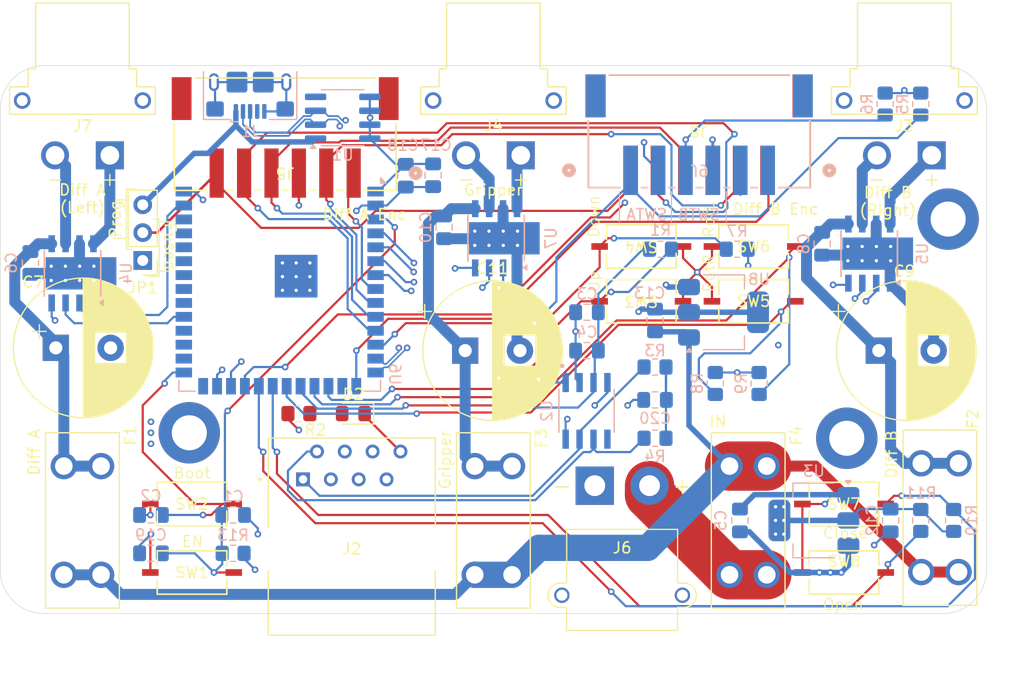
<source format=kicad_pcb>
(kicad_pcb (version 20240108) (generator "pcbnew") (generator_version "8.0")
  (layers (0 "F.Cu" signal) (1 "In1.Cu" signal) (2 "In2.Cu" signal) (31 "B.Cu" signal) (34 "B.Paste" user) (35 "F.Paste" user) (36 "B.SilkS" user "B.Silkscreen") (37 "F.SilkS" user "F.Silkscreen") (38 "B.Mask" user) (39 "F.Mask" user) (44 "Edge.Cuts" user))
  (net 0 "")
  (net 1 "EN_PB")
  (net 2 "GND")
  (net 3 "GPIO_0")
  (net 4 "+5V")
  (net 5 "+24V")
  (net 6 "+3.3V")
  (net 7 "TXC")
  (net 8 "Net-(U4-V_{M})")
  (net 9 "Net-(U5-V_{M})")
  (net 10 "Net-(U7-V_{M})")
  (net 11 "Net-(C20-Pad2)")
  (net 12 "Net-(D2-A)")
  (net 13 "USB_P")
  (net 14 "USB_N")
  (net 16 "CANH")
  (net 19 "CANL")
  (net 22 "Diff_B+")
  (net 23 "Diff_B-")
  (net 24 "Grip+")
  (net 25 "Grip-")
  (net 26 "CS_ENC_DIFF_A")
  (net 27 "SCK")
  (net 28 "MISO")
  (net 29 "MOSI")
  (net 30 "Diff_A-")
  (net 31 "Diff_A+")
  (net 32 "CS_ENC_DIFF_B")
  (net 34 "PB_Diff_Up")
  (net 35 "PB_Diff_Down")
  (net 36 "PB_Diff_Right")
  (net 37 "PB_Diff_Left")
  (net 38 "PB_Grip_FWD")
  (net 39 "PB_Grip_REV")
  (net 42 "RXC")
  (net 43 "Diff_A_IN_2")
  (net 44 "Diff_A_IN_1")
  (net 45 "Diff_B_IN_1")
  (net 46 "Diff_B_IN_2")
  (net 59 "Grip_IN_2")
  (net 60 "Grip_IN_1")
  (net 66 "unconnected-(U6-IO39-Pad32)")
  (net 67 "Net-(J6-+)")
  (net 68 "+5V_USB")
  (net 69 "Net-(JP1-A)")
  (net 70 "unconnected-(J9-Pad5)")
  (net 71 "CS_SWT_B_GRIP")
  (net 72 "CS_SWT_A_GRIP")
  (footprint "TS09_63_25_WT_160_SMT_TR:SW_TS09-63-25_CUD" (layer "F.Cu") (at 115.66 78.52)
    (property "Reference" "SW7")
    (property "Value" "TS09-63-25-WT-160-SMT-TR")
  )
  (footprint "TS09_63_25_WT_160_SMT_TR:SW_TS09-63-25_CUD" (layer "F.Cu") (at 107.41 60.02)
    (property "Reference" "SW5")
    (property "Value" "TS09-63-25-WT-160-SMT-TR")
  )
  (footprint "JST-S6B-HX-SM4:CONN_S6B-XH-SM4-TB_JST" (layer "F.Cu") (at 102.41 44.52 180)
    (property "Reference" "J8")
    (property "Value" "~")
  )
  (footprint "XT30PW-F:AMASS_XT30PW-F" (layer "F.Cu") (at 46.16 41.70075)
    (property "Reference" "J7")
    (property "Value" "XT30PW-F")
  )
  (footprint "Resistor_SMD:R_0805_2012Metric_Pad1.20x1.40mm_HandSolder" (layer "F.Cu") (at 65.91 70.27 180)
    (property "Reference" "R2")
    (property "Value" "1k")
  )
  (footprint "TS09_63_25_WT_160_SMT_TR:SW_TS09-63-25_CUD" (layer "F.Cu") (at 56.16 84.77)
    (property "Reference" "SW1")
    (property "Value" "TS09-63-25-WT-160-SMT-TR")
  )
  (footprint "3568-20:FUSE_3568-20" (layer "F.Cu") (at 106.91 80.02 -90)
    (property "Reference" "F4")
    (property "Value" "9A")
  )
  (footprint "TS09_63_25_WT_160_SMT_TR:SW_TS09-63-25_CUD" (layer "F.Cu") (at 107.41 55.02)
    (property "Reference" "SW6")
    (property "Value" "TS09-63-25-WT-160-SMT-TR")
  )
  (footprint "XT30PW-F:AMASS_XT30PW-F" (layer "F.Cu") (at 121.16 41.70075)
    (property "Reference" "J3")
    (property "Value" "XT30PW-F")
  )
  (footprint "TS09_63_25_WT_160_SMT_TR:SW_TS09-63-25_CUD" (layer "F.Cu") (at 97.16 60.02 180)
    (property "Reference" "SW3")
    (property "Value" "TS09-63-25-WT-160-SMT-TR")
  )
  (footprint "LED_SMD:LED_0805_2012Metric_Pad1.15x1.40mm_HandSolder" (layer "F.Cu") (at 70.885 70.27 180)
    (property "Reference" "D2")
    (property "Value" "G")
  )
  (footprint "3568-20:FUSE_3568-20" (layer "F.Cu") (at 83.66 80.02 -90)
    (property "Reference" "F3")
    (property "Value" "4A")
  )
  (footprint "Capacitor_THT:CP_Radial_D12.5mm_P5.00mm" (layer "F.Cu") (at 43.727841 64.27)
    (property "Reference" "C7")
    (property "Value" "470uF")
  )
  (footprint "Connector_PinHeader_2.54mm:PinHeader_1x03_P2.54mm_Vertical" (layer "F.Cu") (at 51.66 56.295 180)
    (property "Reference" "JP1")
    (property "Value" "Jumper_3_Open")
  )
  (footprint "MountingHole:MountingHole_3.2mm_M3_DIN965_Pad_TopBottom" (layer "F.Cu") (at 115.91 72.52)
    (property "Reference" "H4" (hide yes))
    (property "Value" "MountingHole_Pad")
  )
  (footprint "XT30PW-F:AMASS_XT30PW-F" (layer "F.Cu") (at 83.66 41.70075)
    (property "Reference" "J4")
    (property "Value" "XT30PW-F")
  )
  (footprint "TS09_63_25_WT_160_SMT_TR:SW_TS09-63-25_CUD" (layer "F.Cu") (at 97.16 55.02 180)
    (property "Reference" "SW4")
    (property "Value" "TS09-63-25-WT-160-SMT-TR")
  )
  (footprint "TS09_63_25_WT_160_SMT_TR:SW_TS09-63-25_CUD" (layer "F.Cu") (at 56.16 78.52)
    (property "Reference" "SW2")
    (property "Value" "TS09-63-25-WT-160-SMT-TR")
  )
  (footprint "Connector_AMASS:AMASS_XT30PW-M_1x02_P2.50mm_Horizontal" (layer "F.Cu") (at 92.91 76.845 180)
    (property "Reference" "J6")
    (property "Value" "XT30PW-M")
  )
  (footprint "54601-908WPLF:AMPHENOL_54601-908WPLF" (layer "F.Cu") (at 70.735 82.62)
    (property "Reference" "J2")
    (property "Value" "RJ45")
  )
  (footprint "3568-20:FUSE_3568-20" (layer "F.Cu") (at 124.41 79.77 -90)
    (property "Reference" "F2")
    (property "Value" "4A")
  )
  (footprint "Capacitor_THT:CP_Radial_D12.5mm_P5.00mm" (layer "F.Cu") (at 81.086041 64.52)
    (property "Reference" "C11")
    (property "Value" "470uF")
  )
  (footprint "Capacitor_THT:CP_Radial_D12.5mm_P5.00mm" (layer "F.Cu") (at 118.836041 64.52)
    (property "Reference" "C9")
    (property "Value" "470uF")
  )
  (footprint "MountingHole:MountingHole_3.2mm_M3_DIN965_Pad_TopBottom" (layer "F.Cu") (at 125.16 52.52)
    (property "Reference" "H2" (hide yes))
    (property "Value" "MountingHole_Pad")
  )
  (footprint "MountingHole:MountingHole_3.2mm_M3_DIN965_Pad_TopBottom" (layer "F.Cu") (at 55.91 72.02)
    (property "Reference" "H3" (hide yes))
    (property "Value" "MountingHole_Pad")
  )
  (footprint "TS09_63_25_WT_160_SMT_TR:SW_TS09-63-25_CUD" (layer "F.Cu") (at 115.66 84.77)
    (property "Reference" "SW8")
    (property "Value" "TS09-63-25-WT-160-SMT-TR")
  )
  (footprint "3568-20:FUSE_3568-20" (layer "F.Cu") (at 46.16 80.02 -90)
    (property "Reference" "F1")
    (property "Value" "4A")
  )
  (footprint "JST-S6B-HX-SM4:CONN_S6B-XH-SM4-TB_JST" (layer "F.Cu") (at 64.66 44.77 180)
    (property "Reference" "J5")
    (property "Value" "~")
  )
  (footprint "Resistor_SMD:R_0805_2012Metric_Pad1.20x1.40mm_HandSolder" (layer "B.Cu") (at 122.66 80.02 -90)
    (property "Reference" "R11")
    (property "Value" "3.3k")
  )
  (footprint "Package_TO_SOT_SMD:SOT-223-3_TabPin2" (layer "B.Cu") (at 112.91 80.02 180)
    (property "Reference" "U3")
    (property "Value" "AZ1117CH2-3.3TRG1")
  )
  (footprint "Capacitor_SMD:C_0805_2012Metric_Pad1.18x1.45mm_HandSolder" (layer "B.Cu") (at 113.66 54.77 -90)
    (property "Reference" "C8")
    (property "Value" "100nF")
  )
  (footprint "Capacitor_SMD:C_0805_2012Metric_Pad1.18x1.45mm_HandSolder" (layer "B.Cu") (at 59.91 79.52 180)
    (property "Reference" "C1")
    (property "Value" "100nF")
  )
  (footprint "Capacitor_SMD:C_0805_2012Metric_Pad1.18x1.45mm_HandSolder" (layer "B.Cu") (at 92.2 61.02 180)
    (property "Reference" "C3")
    (property "Value" "10uF")
  )
  (footprint "Resistor_SMD:R_0805_2012Metric_Pad1.20x1.40mm_HandSolder" (layer "B.Cu") (at 105.91 55.27 180)
    (property "Reference" "R7")
    (property "Value" "3.3k")
  )
  (footprint "Capacitor_SMD:C_0805_2012Metric_Pad1.18x1.45mm_HandSolder" (layer "B.Cu") (at 98.41 61.77 90)
    (property "Reference" "C13")
    (property "Value" "220nF")
  )
  (footprint "Package_SO:Texas_HSOP-8-1EP_3.9x4.9mm_P1.27mm_ThermalVias" (layer "B.Cu") (at 83.91 54.27 90)
    (property "Reference" "U7")
    (property "Value" "DRV8251A")
  )
  (footprint "Resistor_SMD:R_0805_2012Metric_Pad1.20x1.40mm_HandSolder" (layer "B.Cu") (at 98.41 72.52)
    (property "Reference" "R4")
    (property "Value" "60")
  )
  (footprint "Capacitor_SMD:C_0805_2012Metric_Pad1.18x1.45mm_HandSolder" (layer "B.Cu") (at 78.16 48.52 90)
    (property "Reference" "C17")
    (property "Value" "22uF")
  )
  (footprint "JST-S6B-HX-SM4:CONN_S6B-XH-SM4-TB_JST" (layer "B.Cu") (at 102.460001 44.516199)
    (property "Reference" "J9")
    (property "Value" "~")
  )
  (footprint "Resistor_SMD:R_0805_2012Metric_Pad1.20x1.40mm_HandSolder" (layer "B.Cu") (at 125.66 80.02 90)
    (property "Reference" "R10")
    (property "Value" "3.3k")
  )
  (footprint "Capacitor_SMD:C_0805_2012Metric_Pad1.18x1.45mm_HandSolder" (layer "B.Cu") (at 92.2 64.52 180)
    (property "Reference" "C4")
    (property "Value" "100nF")
  )
  (footprint "Resistor_SMD:R_0805_2012Metric_Pad1.20x1.40mm_HandSolder" (layer "B.Cu") (at 59.91 83.02 180)
    (property "Reference" "R13")
    (property "Value" "10k")
  )
  (footprint "Capacitor_SMD:C_0805_2012Metric_Pad1.18x1.45mm_HandSolder" (layer "B.Cu") (at 79.16 53.27 -90)
    (property "Reference" "C10")
    (property "Value" "100nF")
  )
  (footprint "Capacitor_SMD:C_0805_2012Metric_Pad1.18x1.45mm_HandSolder" (layer "B.Cu") (at 41.41 56.52 -90)
    (property "Reference" "C6")
    (property "Value" "100nF")
  )
  (footprint "Capacitor_SMD:C_0805_2012Metric_Pad1.18x1.45mm_HandSolder" (layer "B.Cu") (at 52.41 79.52)
    (property "Reference" "C2")
    (property "Value" "100nF")
  )
  (footprint "TJA1050T_CM_118:SOIC127P600X175-8N" (layer "B.Cu") (at 92.16 70.02 -90)
    (property "Reference" "U2")
    (property "Value" "SN65HVD232QDRQ1")
  )
  (footprint "Resistor_SMD:R_0805_2012Metric_Pad1.20x1.40mm_HandSolder" (layer "B.Cu") (at 122.66 42.02 -90)
    (property "Reference" "R5")
    (property "Value" "3.3k")
  )
  (footprint "Package_TO_SOT_SMD:SOT-223-3_TabPin2" (layer "B.Cu") (at 104.66 61.02)
    (property "Reference" "U8")
    (property "Value" "LM7805MPX/NOPB")
  )
  (footprint "Capacitor_SMD:C_0805_2012Metric_Pad1.18x1.45mm_HandSolder" (layer "B.Cu") (at 98.41 69.02)
    (property "Reference" "C20")
    (property "Value" "47nF")
  )
  (footprint "Capacitor_SMD:C_0805_2012Metric_Pad1.18x1.45mm_HandSolder" (layer "B.Cu") (at 106.16 80.02 90)
    (property "Reference" "C5")
    (property "Value" "10uF")
  )
  (footprint "Resistor_SMD:R_0805_2012Metric_Pad1.20x1.40mm_HandSolder" (layer "B.Cu") (at 98.91 55.27)
    (property "Reference" "R1")
    (property "Value" "3.3k")
  )
  (footprint "Resistor_SMD:R_0805_2012Metric_Pad1.20x1.40mm_HandSolder" (layer "B.Cu") (at 103.91 67.52 -90)
    (property "Reference" "R8")
    (property "Value" "3.3k")
  )
  (footprint "Capacitor_SMD:C_0805_2012Metric_Pad1.18x1.45mm_HandSolder" (layer "B.Cu") (at 75.66 48.5575 90)
    (property "Reference" "C18")
    (property "Value" "100nF")
  )
  (footprint "RF_Module:ESP32-S3-WROOM-1" (layer "B.Cu") (at 64.16 55.27 180)
    (property "Reference" "U6")
    (property "Value" "ESP32-S3-WROOM-1")
  )
  (footprint "Resistor_SMD:R_0805_2012Metric_Pad1.20x1.40mm_HandSolder" (layer "B.Cu") (at 107.91 67.52 -90)
    (property "Reference" "R9")
    (property "Value" "3.3k")
  )
  (footprint "Connector_USB:USB_Micro-B_Amphenol_10118193-0001LF_Horizontal" (layer "B.Cu") (at 61.46 40.02)
    (property "Reference" "J1")
    (property "Value" "USB_B_Micro")
  )
  (footprint "Resistor_SMD:R_0805_2012Metric_Pad1.20x1.40mm_HandSolder" (layer "B.Cu") (at 98.41 66.02 180)
    (property "Reference" "R3")
    (property "Value" "60")
  )
  (footprint "Package_SO:SOIC-8-1EP_3.9x4.9mm_P1.27mm_EP2.29x3mm" (layer "B.Cu") (at 69.91 43.27)
    (property "Reference" "U1")
    (property "Value" "~")
  )
  (footprint "Package_SO:Texas_HSOP-8-1EP_3.9x4.9mm_P1.27mm_ThermalVias" (layer "B.Cu") (at 45.255 57.47 90)
    (property "Reference" "U4")
    (property "Value" "DRV8251A")
  )
  (footprint "Resistor_SMD:R_0805_2012Metric_Pad1.20x1.40mm_HandSolder" (layer "B.Cu") (at 119.41 42.02 -90)
    (property "Reference" "R6")
    (property "Value" "3.3k")
  )
  (footprint "Capacitor_SMD:C_0805_2012Metric_Pad1.18x1.45mm_HandSolder" (layer "B.Cu") (at 119.91 80.02 -90)
    (property "Reference" "C12")
    (property "Value" "22uF")
  )
  (footprint "Package_SO:Texas_HSOP-8-1EP_3.9x4.9mm_P1.27mm_ThermalVias" (layer "B.Cu") (at 117.96 55.67 90)
    (property "Reference" "U5")
    (property "Value" "DRV8251A")
  )
  (footprint "Capacitor_SMD:C_0805_2012Metric_Pad1.18x1.45mm_HandSolder" (layer "B.Cu") (at 52.41 83.02 180)
    (property "Reference" "C19")
    (property "Value" "1uF")
  )
  (gr_line (start 99.91 50.02) (end 99.91 52.77) (stroke (width 0.1)) (layer "B.SilkS"))
  (gr_line (start 95.16 50.02) (end 95.16 52.77) (stroke (width 0.1)) (layer "B.SilkS"))
  (gr_line (start 104.91 52.77) (end 104.91 50.02) (stroke (width 0.1)) (layer "B.SilkS"))
  (gr_line (start 53.16 57.27) (end 54.16 57.27) (stroke (width 0.1)) (layer "F.SilkS"))
  (gr_line (start 51.16 49.77) (end 50.16 49.77) (stroke (width 0.1)) (layer "F.SilkS"))
  (gr_line (start 53.16 57.77) (end 53.16 52.52) (stroke (width 0.1)) (layer "F.SilkS"))
  (gr_line (start 50.16 50.77) (end 49.16 50.77) (stroke (width 0.1)) (layer "F.SilkS"))
  (gr_line (start 50.16 49.77) (end 50.16 55.27) (stroke (width 0.1)) (layer "F.SilkS"))
  (gr_line (start 50.16 54.27) (end 48.91 54.27) (stroke (width 0.1)) (layer "F.SilkS"))
  (gr_line (start 50.16 55.27) (end 50.66 55.27) (stroke (width 0.1)) (layer "F.SilkS"))
  (gr_line (start 53.16 52.77) (end 54.41 52.77) (stroke (width 0.1)) (layer "F.SilkS"))
  (gr_line (start 53.16 52.52) (end 52.66 52.52) (stroke (width 0.1)) (layer "F.SilkS"))
  (gr_line (start 52.16 57.77) (end 53.16 57.77) (stroke (width 0.1)) (layer "F.SilkS"))
  (gr_line (start 128.66 42.52) (end 128.66 84.52) (stroke (width 0.05)) (layer "Edge.Cuts"))
  (gr_arc (start 38.66 42.52) (mid 39.831573 39.691573) (end 42.66 38.52) (stroke (width 0.05)) (layer "Edge.Cuts"))
  (gr_line (start 42.66 38.52) (end 124.66 38.52) (stroke (width 0.05)) (layer "Edge.Cuts"))
  (gr_arc (start 42.66 88.52) (mid 39.831573 87.348427) (end 38.66 84.52) (stroke (width 0.05)) (layer "Edge.Cuts"))
  (gr_line (start 124.66 88.52) (end 42.66 88.52) (stroke (width 0.05)) (layer "Edge.Cuts"))
  (gr_line (start 38.66 84.52) (end 38.66 42.52) (stroke (width 0.05)) (layer "Edge.Cuts"))
  (gr_arc (start 124.66 38.52) (mid 127.488427 39.691573) (end 128.66 42.52) (stroke (width 0.05)) (layer "Edge.Cuts"))
  (gr_arc (start 128.66 84.52) (mid 127.488427 87.348427) (end 124.66 88.52) (stroke (width 0.05)) (layer "Edge.Cuts"))
  (gr_text "SWTB" (at 102.41 51.52 0) (layer "B.SilkS") (effects (font (size 1 1)) (justify top mirror)))
  (gr_text "SWTA" (at 97.66 51.52 0) (layer "B.SilkS") (effects (font (size 1 1)) (justify top mirror)))
  (gr_text "Down" (at 93.41 54.27 90) (layer "F.SilkS") (effects (font (size 1 1) (thickness 0.1)) (justify left bottom)))
  (gr_text "Prog" (at 49.16 52.52 90) (layer "F.SilkS") (effects (font (size 1 1))))
  (gr_text "Diff A" (at 41.16 76.02 90) (layer "F.SilkS") (effects (font (size 1 1)) (justify left top)))
  (gr_text "Diff B\n(Right)" (at 119.66 49.52 0) (layer "F.SilkS") (effects (font (size 1 1)) (justify top)))
  (gr_text "Diff B Enc" (at 109.41 51.02 0) (layer "F.SilkS") (effects (font (size 1 1)) (justify top)))
  (gr_text "Diff B" (at 119.41 76.27 90) (layer "F.SilkS") (effects (font (size 1 1)) (justify left top)))
  (gr_text "EN" (at 55.16 82.52 0) (layer "F.SilkS") (effects (font (size 1 1) (thickness 0.1)) (justify left bottom)))
  (gr_text "RotL" (at 103.91 54.27 90) (layer "F.SilkS") (effects (font (size 1 1) (thickness 0.1)) (justify left bottom)))
  (gr_text "Diff A\n(Left)" (at 46.16 49.27 0) (layer "F.SilkS") (effects (font (size 1 1)) (justify top)))
  (gr_text "Open" (at 113.66 88.27 0) (layer "F.SilkS") (effects (font (size 1 1) (thickness 0.1)) (justify left bottom)))
  (gr_text "Up" (at 93.41 59.27 90) (layer "F.SilkS") (effects (font (size 1 1) (thickness 0.1)) (justify left bottom)))
  (gr_text "Diff A Enc" (at 71.91 51.52 0) (layer "F.SilkS") (effects (font (size 1 1)) (justify top)))
  (gr_text "Gripper" (at 83.66 49.27 0) (layer "F.SilkS") (effects (font (size 1 1)) (justify top)))
  (gr_text "Fused" (at 54.16 55.02 270) (layer "F.SilkS") (effects (font (size 1 1))))
  (gr_text "RotR" (at 103.91 59.27 90) (layer "F.SilkS") (effects (font (size 1 1) (thickness 0.1)) (justify left bottom)))
  (gr_text "Close" (at 113.66 81.77 0) (layer "F.SilkS") (effects (font (size 1 1) (thickness 0.1)) (justify left bottom)))
  (gr_text "Boot" (at 54.41 76.27 0) (layer "F.SilkS") (effects (font (size 1 1) (thickness 0.1)) (justify left bottom)))
  (gr_text "IN" (at 104.16 71.02 0) (layer "F.SilkS") (effects (font (size 1 1))))
  (gr_text "Gripper" (at 78.66 77.27 90) (layer "F.SilkS") (effects (font (size 1 1)) (justify left top)))
  (segment (start 74.66 54.77) (end 74.66 53.27) (width 0.2) (layer "F.Cu") (net 1))
  (segment (start 59.41 70.02) (end 74.66 54.77) (width 0.2) (layer "F.Cu") (net 1))
  (segment (start 58.16 84.77) (end 59.96365 84.77) (width 0.2) (layer "F.Cu") (net 1))
  (via (at 59.41 70.02) (size 0.6) (drill 0.3) (layers "F.Cu" "B.Cu") (net 1))
  (via (at 58.16 84.77) (size 0.6) (drill 0.3) (layers "F.Cu" "B.Cu") (net 1))
  (via (at 74.66 53.27) (size 0.6) (drill 0.3) (layers "F.Cu" "B.Cu") (net 1))
  (segment (start 53.4475 83.02) (end 56.41 83.02) (width 0.2) (layer "B.Cu") (net 1))
  (segment (start 58.8725 82.9825) (end 58.91 83.02) (width 0.2) (layer "B.Cu") (net 1))
  (segment (start 58.8725 79.52) (end 58.8725 82.9825) (width 0.2) (layer "B.Cu") (net 1))
  (segment (start 58.91 83.02) (end 58.91 84.02) (width 0.2) (layer "B.Cu") (net 1))
  (segment (start 74.66 53.27) (end 73.94 52.55) (width 0.2) (layer "B.Cu") (net 1))
  (segment (start 58.8725 79.52) (end 59.16 79.2325) (width 0.2) (layer "B.Cu") (net 1))
  (segment (start 58.91 84.02) (end 58.16 84.77) (width 0.2) (layer "B.Cu") (net 1))
  (segment (start 73.94 52.55) (end 72.91 52.55) (width 0.2) (layer "B.Cu") (net 1))
  (segment (start 59.16 70.27) (end 59.41 70.02) (width 0.2) (layer "B.Cu") (net 1))
  (segment (start 59.16 79.2325) (end 59.16 70.27) (width 0.2) (layer "B.Cu") (net 1))
  (segment (start 56.41 83.02) (end 58.16 84.77) (width 0.2) (layer "B.Cu") (net 1))
  (segment (start 100.96365 56.07365) (end 100.96365 55.02) (width 0.2) (layer "F.Cu") (net 2))
  (segment (start 102.26 57.37) (end 100.96365 58.66635) (width 0.2) (layer "F.Cu") (net 2))
  (segment (start 102.26 57.37) (end 103.60635 58.71635) (width 0.2) (layer "F.Cu") (net 2))
  (segment (start 103.66 48.073801) (end 103.66 45.27) (width 0.2) (layer "F.Cu") (net 2))
  (segment (start 111.85635 78.52) (end 113.91 78.52) (width 0.2) (layer "F.Cu") (net 2))
  (segment (start 52.35635 84.77) (end 52.35635 81.32365) (width 0.2) (layer "F.Cu") (net 2))
  (segment (start 71.91 70.27) (end 71.91 70.46) (width 0.2) (layer "F.Cu") (net 2))
  (segment (start 103.60635 56.02365) (end 103.60635 55.02) (width 0.2) (layer "F.Cu") (net 2))
  (segment (start 102.26 57.37) (end 103.60635 56.02365) (width 0.2) (layer "F.Cu") (net 2))
  (segment (start 52.36 78.52365) (end 52.35635 78.52) (width 0.2) (layer "F.Cu") (net 2))
  (segment (start 52.35635 81.32365) (end 52.41 81.27) (width 0.2) (layer "F.Cu") (net 2))
  (segment (start 52.36 79.52) (end 52.36 78.52365) (width 0.2) (layer "F.Cu") (net 2))
  (segment (start 71.91 70.46) (end 75.18 73.73) (width 0.2) (layer "F.Cu") (net 2))
  (segment (start 65.91 48.323801) (end 65.91 51.27) (width 0.2) (layer "F.Cu") (net 2))
  (segment (start 111.85635 84.77) (end 111.85635 78.52) (width 0.2) (layer "F.Cu") (net 2))
  (segment (start 102.26 57.37) (end 100.96365 56.07365) (width 0.2) (layer "F.Cu") (net 2))
  (segment (start 103.60635 58.71635) (end 103.60635 60.02) (width 0.2) (layer "F.Cu") (net 2))
  (segment (start 100.96365 58.66635) (end 100.96365 60.02) (width 0.2) (layer "F.Cu") (net 2))
  (via (at 62.16 81.27) (size 0.6) (drill 0.3) (layers "F.Cu" "B.Cu") (net 2))
  (via (at 65.66 57.77) (size 0.6) (drill 0.3) (layers "F.Cu" "B.Cu") (net 2))
  (via (at 109.66 64.02) (size 0.6) (drill 0.3) (layers "F.Cu" "B.Cu") (net 2))
  (via (at 52.36 79.52) (size 0.6) (drill 0.3) (layers "F.Cu" "B.Cu") (net 2))
  (via (at 118.41 82.27) (size 0.6) (drill 0.3) (layers "F.Cu" "B.Cu") (net 2))
  (via (at 65.91 51.27) (size 0.6) (drill 0.3) (layers "F.Cu" "B.Cu") (net 2))
  (via (at 97.41 45.52) (size 0.6) (drill 0.3) (layers "F.Cu" "B.Cu") (net 2))
  (via (at 65.66 59.02) (size 0.6) (drill 0.3) (layers "F.Cu" "B.Cu") (net 2))
  (via (at 96.91 60.97) (size 0.6) (drill 0.3) (layers "F.Cu" "B.Cu") (net 2))
  (via (at 66.91 59.02) (size 0.6) (drill 0.3) (layers "F.Cu" "B.Cu") (net 2))
  (via (at 52.41 81.27) (size 0.6) (drill 0.3) (layers "F.Cu" "B.Cu") (net 2))
  (via (at 90.41 70.77) (size 0.6) (drill 0.3) (layers "F.Cu" "B.Cu") (net 2))
  (via (at 66.91 56.52) (size 0.6) (drill 0.3) (layers "F.Cu" "B.Cu") (net 2))
  (via (at 64.41 59.02) (size 0.6) (drill 0.3) (layers "F.Cu" "B.Cu") (net 2))
  (via (at 103.66 45.27) (size 0.6) (drill 0.3) (layers "F.Cu" "B.Cu") (net 2))
  (via (at 64.41 57.77) (size 0.6) (drill 0.3) (layers "F.Cu" "B.Cu") (net 2))
  (via (at 65.66 56.52) (size 0.6) (drill 0.3) (layers "F.Cu" "B.Cu") (net 2))
  (via (at 66.91 57.77) (size 0.6) (drill 0.3) (layers "F.Cu" "B.Cu") (net 2))
  (via (at 72.41 43.27) (size 0.6) (drill 0.3) (layers "F.Cu" "B.Cu") (net 2))
  (via (at 113.91 78.52) (size 0.6) (drill 0.3) (layers "F.Cu" "B.Cu") (net 2))
  (via (at 102.26 57.37) (size 0.6) (drill 0.3) (layers "F.Cu" "B.Cu") (net 2))
  (via (at 64.41 56.52) (size 0.6) (drill 0.3) (layers "F.Cu" "B.Cu") (net 2))
  (via (at 57.16 50.77) (size 0.6) (drill 0.3) (layers "F.Cu" "B.Cu") (net 2))
  (via (at 91.16 62.77) (size 0.6) (drill 0.3) (layers "F.Cu" "B.Cu") (net 2))
  (via (at 95.91 69.52) (size 0.6) (drill 0.3) (layers "F.Cu" "B.Cu") (net 2))
  (segment (start 119.865 56.8) (end 119.865 58.37) (width 1) (layer "B.Cu") (net 2))
  (segment (start 98.710001 48.07) (end 97.41 46.769999) (width 0.2) (layer "B.Cu") (net 2))
  (segment (start 46.03 57.47) (end 47.16 58.6) (width 1) (layer "B.Cu") (net 2))
  (segment (start 91.1625 61.02) (end 91.1625 62.7675) (width 0.2) (layer "B.Cu") (net 2))
  (segment (start 45.89 54.77) (end 45.89 57.33) (width 1) (layer "B.Cu") (net 2))
  (segment (start 62.11 40.12) (end 62.21 40.02) (width 0.2) (layer "B.Cu") (net 2))
  (segment (start 73.1325 50.01) (end 75.66 47.4825) (width 0.2) (layer "B.Cu") (net 2))
  (segment (start 62.16 80.7325) (end 62.16 81.27) (width 0.2) (layer "B.Cu") (net 2))
  (segment (start 58.26 42.47) (end 58.26 40.12) (width 0.2) (layer "B.Cu") (net 2))
  (segment (start 107.4725 77.67) (end 116.01 77.67) (width 0.5) (layer "B.Cu") (net 2))
  (segment (start 97.1475 60.7325) (end 96.91 60.97) (width 0.5) (layer "B.Cu") (net 2))
  (segment (start 62.76 42.695) (end 64.435 42.695) (width 0.2) (layer "B.Cu") (net 2))
  (segment (start 103.710001 45.320001) (end 103.66 45.27) (width 0.2) (layer "B.Cu") (net 2))
  (segment (start 60.26 40.02) (end 58.16 40.02) (width 0.2) (layer "B.Cu") (net 2))
  (segment (start 123.836041 62.341041) (end 119.865 58.37) (width 1) (layer "B.Cu") (net 2))
  (segment (start 64.66 42.02) (end 64.76 41.92) (width 0.2) (layer "B.Cu") (net 2))
  (segment (start 91.16 62.77) (end 91.1625 62.7725) (width 0.2) (layer "B.Cu") (net 2))
  (segment (start 106.16 78.9825) (end 107.4725 77.67) (width 0.5) (layer "B.Cu") (net 2))
  (segment (start 58.26 40.12) (end 58.16 40.02) (width 0.2) (layer "B.Cu") (net 2))
  (segment (start 72.91 50.01) (end 73.1325 50.01) (width 0.2) (layer "B.Cu") (net 2))
  (segment (start 118.735 55.67) (end 119.865 56.8) (width 1) (layer "B.Cu") (net 2))
  (segment (start 44.9475 57.5575) (end 45.435 57.07) (width 1) (layer "B.Cu") (net 2))
  (segment (start 91.1625 62.7725) (end 91.1625 64.52) (width 0.2) (layer "B.Cu") (net 2))
  (segment (start 60.9475 79.52) (end 62.16 80.7325) (width 0.2) (layer "B.Cu") (net 2))
  (segment (start 123.836041 64.52) (end 123.836041 62.341041) (width 1) (layer "B.Cu") (net 2))
  (segment (start 98.6975 61.02) (end 98.41 60.7325) (width 0.5) (layer "B.Cu") (net 2))
  (segment (start 60.11 40.02) (end 62.21 40.02) (width 0.2) (layer "B.Cu") (net 2))
  (segment (start 55.41 50.01) (end 56.4 50.01) (width 0.2) (layer "B.Cu") (net 2))
  (segment (start 119.6225 81.0575) (end 118.41 82.27) (width 0.2) (layer "B.Cu") (net 2))
  (segment (start 90.255 72.605) (end 90.255 70.925) (width 0.2) (layer "B.Cu") (net 2))
  (segment (start 56.4 50.01) (end 57.16 50.77) (width 0.2) (layer "B.Cu") (net 2))
  (segment (start 114.71 77.72) (end 116.06 77.72) (width 0.2) (layer "B.Cu") (net 2))
  (segment (start 72.385 43.295) (end 72.385 43.905) (width 0.2) (layer "B.Cu") (net 2))
  (segment (start 84.545 53.605) (end 84.56 53.62) (width 1) (layer "B.Cu") (net 2))
  (segment (start 97.3725 69.02) (end 96.41 69.02) (width 0.2) (layer "B.Cu") (net 2))
  (segment (start 41.4975 57.47) (end 41.41 57.5575) (width 1) (layer "B.Cu") (net 2))
  (segment (start 113.91 78.52) (end 114.71 77.72) (width 0.2) (layer "B.Cu") (net 2))
  (segment (start 72.385 42.635) (end 72.385 43.245) (width 0.2) (layer "B.Cu") (net 2))
  (segment (start 78.16 47.4825) (end 75.6975 47.4825) (width 0.2) (layer "B.Cu") (net 2))
  (segment (start 96.41 69.02) (end 95.91 69.52) (width 0.2) (layer "B.Cu") (net 2))
  (segment (start 119.91 81.0575) (end 119.6225 81.0575) (width 0.2) (layer "B.Cu") (net 2))
  (segment (start 72.41 43.27) (end 72.385 43.295) (width 0.2) (layer "B.Cu") (net 2))
  (segment (start 116.01 77.67) (end 116.06 77.72) (width 0.5) (layer "B.Cu") (net 2))
  (segment (start 79.16 54.3075) (end 84.6475 54.3075) (width 1) (layer "B.Cu") (net 2))
  (segment (start 113.66 55.8075) (end 118.5975 55.8075) (width 1) (layer "B.Cu") (net 2))
  (segment (start 51.3725 82.3075) (end 52.41 81.27) (width 0.2) (layer "B.Cu") (net 2))
  (segment (start 85.815 55.4) (end 84.685 54.27) (width 1) (layer "B.Cu") (net 2))
  (segment (start 51.3725 83.02) (end 51.3725 82.3075) (width 0.2) (layer "B.Cu") (net 2))
  (segment (start 91.1625 62.7675) (end 91.16 62.77) (width 0.2) (layer "B.Cu") (net 2))
  (segment (start 75.6975 47.4825) (end 75.66 47.52) (width 0.2) (layer "B.Cu") (net 2))
  (segment (start 85.815 64.248959) (end 86.086041 64.52) (width 1) (layer "B.Cu") (net 2))
  (segment (start 98.710001 48.07) (end 98.710001 49.0656) (width 0.2) (layer "B.Cu") (net 2))
  (segment (start 62.66 40.02) (end 64.76 40.02) (width 0.2) (layer "B.Cu") (net 2))
  (segment (start 64.76 41.92) (end 64.76 40.02) (width 0.2) (layer "B.Cu") (net 2))
  (segment (start 84.6475 54.3075) (end 84.685 54.27) (width 1) (layer "B.Cu") (net 2))
  (segment (start 118.595 55.53) (end 118.735 55.67) (width 1) (layer "B.Cu") (net 2))
  (segment (start 72.385 43.905) (end 72.385 45.175) (width 0.2) (layer "B.Cu") (net 2))
  (segment (start 85.815 56.97) (end 85.815 64.248959) (width 1) (layer "B.Cu") (net 2))
  (segment (start 45.89 57.33) (end 46.03 57.47) (width 1) (layer "B.Cu") (net 2))
  (segment (start 47.16 58.6) (end 47.16 60.17) (width 1) (layer "B.Cu") (net 2))
  (segment (start 103.710001 48.07) (end 103.710001 45.320001) (width 0.2) (layer "B.Cu") (net 2))
  (segment (start 46.03 57.47) (end 41.4975 57.47) (width 1) (layer "B.Cu") (net 2))
  (segment (start 72.385 41.365) (end 72.385 42.635) (width 0.2) (layer "B.Cu") (net 2))
  (segment (start 91.1625 67.0725) (end 91.525 67.435) (width 0.2) (layer "B.Cu") (net 2))
  (segment (start 90.255 70.925) (end 90.41 70.77) (width 0.2) (layer "B.Cu") (net 2))
  (segment (start 118.595 52.97) (end 118.595 55.53) (width 1) (layer "B.Cu") (net 2))
  (segment (start 84.545 51.57) (end 84.545 53.605) (width 1) (layer "B.Cu") (net 2))
  (segment (start 91.1625 64.52) (end 91.1625 67.0725) (width 0.2) (layer "B.Cu") (net 2))
  (segment (start 64.66 42.47) (end 64.66 42.02) (width 0.2) (layer "B.Cu") (net 2))
  (segment (start 101.51 61.02) (end 107.81 61.02) (width 0.5) (layer "B.Cu") (net 2))
  (segment (start 72.385 43.245) (end 72.41 43.27) (width 0.2) (layer "B.Cu") (net 2))
  (segment (start 101.51 61.02) (end 98.6975 61.02) (width 0.5) (layer "B.Cu") (net 2))
  (segment (start 98.41 60.7325) (end 97.1475 60.7325) (width 0.5) (layer "B.Cu") (net 2))
  (segment (start 64.435 42.695) (end 64.66 42.47) (width 0.2) (layer "B.Cu") (net 2))
  (segment (start 97.41 46.769999) (end 97.41 45.52) (width 0.2) (layer "B.Cu") (net 2))
  (segment (start 85.815 56.97) (end 85.815 55.4) (width 1) (layer "B.Cu") (net 2))
  (segment (start 98.710001 48.07) (end 98.710001 46.4698) (width 0.2) (layer "B.Cu") (net 2))
  (segment (start 74.6925 47.4825) (end 72.385 45.175) (width 0.2) (layer "B.Cu") (net 2))
  (segment (start 52.36 79.52) (end 51.3725 79.52) (width 0.2) (layer "B.Cu") (net 2))
  (segment (start 75.66 47.4825) (end 74.6925 47.4825) (width 0.2) (layer "B.Cu") (net 2))
  (segment (start 51.66 69.52) (end 51.66 73.77) (width 0.2) (layer "F.Cu") (net 3))
  (segment (start 57.91 79.52) (end 58.91 78.52) (width 0.2) (layer "F.Cu") (net 3))
  (segment (start 53.66 67.52) (end 51.66 69.52) (width 0.2) (layer "F.Cu") (net 3))
  (segment (start 58.91 78.52) (end 59.96365 78.52) (width 0.2) (layer "F.Cu") (net 3))
  (segment (start 56.41 78.52) (end 59.96365 78.52) (width 0.2) (layer "F.Cu") (net 3))
  (segment (start 51.66 73.77) (end 56.41 78.52) (width 0.2) (layer "F.Cu") (net 3))
  (segment (start 57.16 79.52) (end 57.91 79.52) (width 0.2) (layer "F.Cu") (net 3))
  (via (at 57.16 79.52) (size 0.6) (drill 0.3) (layers "F.Cu" "B.Cu") (net 3))
  (via (at 53.66 67.52) (size 0.6) (drill 0.3) (layers "F.Cu" "B.Cu") (net 3))
  (segment (start 53.66 67.52) (end 53.66 67.27) (width 0.2) (layer "B.Cu") (net 3))
  (segment (start 53.4475 79.52) (end 57.16 79.52) (width 0.2) (layer "B.Cu") (net 3))
  (segment (start 54.41 66.52) (end 55.41 66.52) (width 0.2) (layer "B.Cu") (net 3))
  (segment (start 53.66 67.27) (end 54.41 66.52) (width 0.2) (layer "B.Cu") (net 3))
  (segment (start 62.460735 53.320735) (end 58.41 49.27) (width 0.2) (layer "F.Cu") (net 4))
  (segment (start 58.41 49.27) (end 58.41 48.323801) (width 0.2) (layer "F.Cu") (net 4))
  (segment (start 72.909999 51.77) (end 71.359264 53.320735) (width 0.2) (layer "F.Cu") (net 4))
  (segment (start 71.359264 53.320735) (end 62.460735 53.320735) (width 0.2) (layer "F.Cu") (net 4))
  (segment (start 96.16 49.674001) (end 94.064001 51.77) (width 0.2) (layer "F.Cu") (net 4))
  (segment (start 94.064001 51.77) (end 72.909999 51.77) (width 0.2) (layer "F.Cu") (net 4))
  (segment (start 52.978801 53.755) (end 58.41 48.323801) (width 0.24) (layer "F.Cu") (net 4))
  (segment (start 52.978801 53.755) (end 51.66 53.755) (width 0.24) (layer "F.Cu") (net 4))
  (segment (start 96.16 48.073801) (end 96.16 49.674001) (width 0.2) (layer "F.Cu") (net 4))
  (via (at 115.41 84.77) (size 0.6) (drill 0.3) (layers "F.Cu" "B.Cu") (net 4))
  (via (at 52.41 73.02) (size 0.6) (drill 0.3) (layers "F.Cu" "B.Cu") (net 4))
  (via (at 113.41 84.77) (size 0.6) (drill 0.3) (layers "F.Cu" "B.Cu") (net 4))
  (via (at 52.41 71.02) (size 0.6) (drill 0.3) (layers "F.Cu" "B.Cu") (net 4))
  (via (at 52.41 72.02) (size 0.6) (drill 0.3) (layers "F.Cu" "B.Cu") (net 4))
  (via (at 114.41 84.77) (size 0.6) (drill 0.3) (layers "F.Cu" "B.Cu") (net 4))
  (segment (start 114.41 84.77) (end 113.41 84.77) (width 0.5) (layer "B.Cu") (net 4))
  (segment (start 115.41 84.77) (end 114.41 84.77) (width 0.5) (layer "B.Cu") (net 4))
  (segment (start 106.16 81.0575) (end 107.020953 81.0575) (width 0.5) (layer "B.Cu") (net 4))
  (segment (start 116.06 82.32) (end 116.06 84.12) (width 0.5) (layer "B.Cu") (net 4))
  (segment (start 110.733453 84.77) (end 113.41 84.77) (width 0.5) (layer "B.Cu") (net 4))
  (segment (start 107.020953 81.0575) (end 110.733453 84.77) (width 0.5) (layer "B.Cu") (net 4))
  (segment (start 116.06 84.12) (end 115.41 84.77) (width 0.5) (layer "B.Cu") (net 4))
  (segment (start 108.61 75.06) (end 113.04 75.06) (width 1) (layer "F.Cu") (net 5))
  (segment (start 113.04 75.06) (end 122.71 84.73) (width 1) (layer "F.Cu") (net 5))
  (segment (start 105.21 75.06) (end 108.61 75.06) (width 4.5) (layer "F.Cu") (net 5))
  (segment (start 122.71 84.73) (end 126.11 84.73) (width 1) (layer "F.Cu") (net 5))
  (segment (start 47.87 84.98) (end 49.66 86.77) (width 1) (layer "B.Cu") (net 5))
  (segment (start 101.51 63.32) (end 101.51 71.36) (width 0.5) (layer "B.Cu") (net 5))
  (segment (start 80.17 86.77) (end 81.96 84.98) (width 1) (layer "B.Cu") (net 5))
  (segment (start 100.9975 62.8075) (end 101.51 63.32) (width 0.5) (layer "B.Cu") (net 5))
  (segment (start 47.86 84.98) (end 47.87 84.98) (width 1) (layer "B.Cu") (net 5))
  (segment (start 98.41 62.8075) (end 100.9975 62.8075) (width 0.5) (layer "B.Cu") (net 5))
  (segment (start 101.51 71.36) (end 105.21 75.06) (width 0.5) (layer "B.Cu") (net 5))
  (segment (start 85.36 84.98) (end 81.96 84.98) (width 2.4) (layer "B.Cu") (net 5))
  (segment (start 49.66 86.77) (end 80.17 86.77) (width 1) (layer "B.Cu") (net 5))
  (segment (start 87.82 82.52) (end 85.36 84.98) (width 2.4) (layer "B.Cu") (net 5))
  (segment (start 44.46 84.98) (end 47.86 84.98) (width 1) (layer "B.Cu") (net 5))
  (segment (start 105.21 75.06) (end 97.75 82.52) (width 2.4) (layer "B.Cu") (net 5))
  (segment (start 97.75 82.52) (end 87.82 82.52) (width 2.4) (layer "B.Cu") (net 5))
  (segment (start 64.91 70.77) (end 65.91 71.77) (width 0.2) (layer "F.Cu") (net 6))
  (segment (start 64.91 70.27) (end 64.91 70.77) (width 0.2) (layer "F.Cu") (net 6))
  (via (at 110.16 78.77) (size 0.6) (drill 0.3) (layers "F.Cu" "B.Cu") (net 6))
  (via (at 71.16 51.77) (size 0.6) (drill 0.3) (layers "F.Cu" "B.Cu") (net 6))
  (via (at 65.91 71.77) (size 0.6) (drill 0.3) (layers "F.Cu" "B.Cu") (net 6))
  (via (at 61.91 84.52) (size 0.6) (drill 0.3) (layers "F.Cu" "B.Cu") (net 6))
  (via (at 84.16 67.02) (size 0.6) (drill 0.3) (layers "F.Cu" "B.Cu") (net 6))
  (via (at 121.16 40.77) (size 0.6) (drill 0.3) (layers "F.Cu" "B.Cu") (net 6))
  (via (at 114.66 58.52) (size 0.6) (drill 0.3) (layers "F.Cu" "B.Cu") (net 6))
  (via (at 109.41 80.02) (size 0.6) (drill 0.3) (layers "F.Cu" "B.Cu") (net 6))
  (via (at 105.91 66.52) (size 0.6) (drill 0.3) (layers "F.Cu" "B.Cu") (net 6))
  (via (at 109.41 78.77) (size 0.6) (drill 0.3) (layers "F.Cu" "B.Cu") (net 6))
  (via (at 110.16 80.02) (size 0.6) (drill 0.3) (layers "F.Cu" "B.Cu") (net 6))
  (via (at 106.91 56.77) (size 0.6) (drill 0.3) (layers "F.Cu" "B.Cu") (net 6))
  (via (at 109.41 81.27) (size 0.6) (drill 0.3) (layers "F.Cu" "B.Cu") (net 6))
  (via (at 43.66 61.77) (size 0.6) (drill 0.3) (layers "F.Cu" "B.Cu") (net 6))
  (via (at 110.16 81.27) (size 0.6) (drill 0.3) (layers "F.Cu" "B.Cu") (net 6))
  (via (at 80.16 57.02) (size 0.6) (drill 0.3) (layers "F.Cu" "B.Cu") (net 6))
  (segment (start 85.91 69.72) (end 91.384999 69.72) (width 0.2) (layer "B.Cu") (net 6))
  (segment (start 124.66 81.02) (end 122.66 79.02) (width 0.2) (layer "B.Cu") (net 6))
  (segment (start 73.9375 51.28) (end 75.66 49.5575) (width 0.2) (layer "B.Cu") (net 6))
  (segment (start 115.905 58.52) (end 116.055 58.37) (width 0.2) (layer "B.Cu") (net 6))
  (segment (start 119.91 78.9825) (end 122.6225 78.9825) (width 0.2) (layer "B.Cu") (net 6))
  (segment (start 120.91 41.02) (end 121.16 40.77) (width 0.2) (layer "B.Cu") (net 6))
  (segment (start 91.384999 69.72) (end 92.795 68.309999) (width 0.2) (layer "B.Cu") (net 6))
  (segment (start 114.66 58.52) (end 115.905 58.52) (width 0.2) (layer "B.Cu") (net 6))
  (segment (start 93.2375 61.02) (end 93.2375 64.52) (width 0.2) (layer "B.Cu") (net 6))
  (segment (start 43.35 61.46) (end 43.66 61.77) (width 0.2) (layer "B.Cu") (net 6))
  (segment (start 119.41 41.02) (end 120.91 41.02) (width 0.2) (layer "B.Cu") (net 6))
  (segment (start 78.1225 49.595) (end 78.16 49.5575) (width 0.2) (layer "B.Cu") (net 6))
  (segment (start 117.0975 78.9825) (end 116.06 80.02) (width 0.2) (layer "B.Cu") (net 6))
  (segment (start 125.66 81.02) (end 124.66 81.02) (width 0.2) (layer "B.Cu") (net 6))
  (segment (start 121.41 41.02) (end 121.16 40.77) (width 0.2) (layer "B.Cu") (net 6))
  (segment (start 106.91 55.27) (end 106.91 56.77) (width 0.2) (layer "B.Cu") (net 6))
  (segment (start 107.91 66.52) (end 105.91 66.52) (width 0.2) (layer "B.Cu") (net 6))
  (segment (start 97.31 55.27) (end 93.2375 59.3425) (width 0.2) (layer "B.Cu") (net 6))
  (segment (start 60.91 83.52) (end 61.91 84.52) (width 0.2) (layer "B.Cu") (net 6))
  (segment (start 119.91 78.9825) (end 117.0975 78.9825) (width 0.2) (layer "B.Cu") (net 6))
  (segment (start 122.6225 78.9825) (end 122.66 79.02) (width 0.2) (layer "B.Cu") (net 6))
  (segment (start 84.16 67.02) (end 84.16 67.97) (width 0.2) (layer "B.Cu") (net 6))
  (segment (start 92.91 67.32) (end 92.795 67.435) (width 0.2) (layer "B.Cu") (net 6))
  (segment (start 75.66 49.595) (end 78.1225 49.595) (width 0.2) (layer "B.Cu") (net 6))
  (segment (start 92.91 64.8475) (end 92.91 67.32) (width 0.2) (layer "B.Cu") (net 6))
  (segment (start 92.795 68.309999) (end 92.795 67.435) (width 0.2) (layer "B.Cu") (net 6))
  (segment (start 82.005 56.97) (end 80.21 56.97) (width 0.2) (layer "B.Cu") (net 6))
  (segment (start 97.91 55.27) (end 97.31 55.27) (width 0.2) (layer "B.Cu") (net 6))
  (segment (start 72.91 51.28) (end 73.9375 51.28) (width 0.2) (layer "B.Cu") (net 6))
  (segment (start 122.66 41.02) (end 121.41 41.02) (width 0.2) (layer "B.Cu") (net 6))
  (segment (start 84.16 67.97) (end 85.91 69.72) (width 0.2) (layer "B.Cu") (net 6))
  (segment (start 72.91 51.28) (end 71.65 51.28) (width 0.2) (layer "B.Cu") (net 6))
  (segment (start 93.2375 64.52) (end 92.91 64.8475) (width 0.2) (layer "B.Cu") (net 6))
  (segment (start 80.21 56.97) (end 80.16 57.02) (width 0.2) (layer "B.Cu") (net 6))
  (segment (start 103.91 66.52) (end 105.91 66.52) (width 0.2) (layer "B.Cu") (net 6))
  (segment (start 93.2375 59.3425) (end 93.2375 61.02) (width 0.2) (layer "B.Cu") (net 6))
  (segment (start 71.65 51.28) (end 71.16 51.77) (width 0.2) (layer "B.Cu") (net 6))
  (segment (start 60.91 83.02) (end 60.91 83.52) (width 0.2) (layer "B.Cu") (net 6))
  (segment (start 43.35 60.17) (end 43.35 61.46) (width 0.2) (layer "B.Cu") (net 6))
  (segment (start 110.16 80.02) (end 116.06 80.02) (width 0.5) (layer "B.Cu") (net 6))
  (via (at 58.91 66.27) (size 0.6) (drill 0.3) (layers "F.Cu" "B.Cu") (net 7))
  (via (at 92.91 69.52) (size 0.6) (drill 0.3) (layers "F.Cu" "B.Cu") (net 7))
  (segment (start 94.065 68.365) (end 92.91 69.52) (width 0.2) (layer "B.Cu") (net 7))
  (segment (start 58.445 66.735) (end 58.445 67.77) (width 0.2) (layer "B.Cu") (net 7))
  (segment (start 58.91 66.27) (end 58.445 66.735) (width 0.2) (layer "B.Cu") (net 7))
  (segment (start 94.065 67.435) (end 94.065 68.365) (width 0.2) (layer "B.Cu") (net 7))
  (segment (start 39.985 56.81957) (end 41.32207 55.4825) (width 1) (layer "B.Cu") (net 8))
  (segment (start 44.46 65.002159) (end 43.727841 64.27) (width 1) (layer "B.Cu") (net 8))
  (segment (start 41.32207 55.4825) (end 41.41 55.4825) (width 1) (layer "B.Cu") (net 8))
  (segment (start 47.86 75.06) (end 44.46 75.06) (width 1) (layer "B.Cu") (net 8))
  (segment (start 44.46 75.06) (end 44.46 65.002159) (width 1) (layer "B.Cu") (net 8))
  (segment (start 43.727841 64.27) (end 43.727841 63.837841) (width 1) (layer "B.Cu") (net 8))
  (segment (start 43.727841 63.837841) (end 39.985 60.095) (width 1) (layer "B.Cu") (net 8))
  (segment (start 42.1225 54.77) (end 43.35 54.77) (width 1) (layer "B.Cu") (net 8))
  (segment (start 39.985 60.095) (end 39.985 56.81957) (width 1) (layer "B.Cu") (net 8))
  (segment (start 41.41 55.4825) (end 42.1225 54.77) (width 1) (layer "B.Cu") (net 8))
  (segment (start 118.836041 64.52) (end 119.91 65.593959) (width 1) (layer "B.Cu") (net 9))
  (segment (start 112.235 57.918959) (end 118.836041 64.52) (width 1) (layer "B.Cu") (net 9))
  (segment (start 119.91 65.593959) (end 119.91 73.52) (width 1) (layer "B.Cu") (net 9))
  (segment (start 126.11 74.81) (end 122.71 74.81) (width 1) (layer "B.Cu") (net 9))
  (segment (start 113.66 53.7325) (end 113.57207 53.7325) (width 1) (layer "B.Cu") (net 9))
  (segment (start 116.055 52.97) (end 114.4225 52.97) (width 1) (layer "B.Cu") (net 9))
  (segment (start 119.91 73.52) (end 121.2 74.81) (width 1) (layer "B.Cu") (net 9))
  (segment (start 114.4225 52.97) (end 113.66 53.7325) (width 1) (layer "B.Cu") (net 9))
  (segment (start 121.2 74.81) (end 122.71 74.81) (width 1) (layer "B.Cu") (net 9))
  (segment (start 112.235 55.06957) (end 112.235 57.918959) (width 1) (layer "B.Cu") (net 9))
  (segment (start 113.57207 53.7325) (end 112.235 55.06957) (width 1) (layer "B.Cu") (net 9))
  (segment (start 81.086041 64.52) (end 81.086041 74.186041) (width 1) (layer "B.Cu") (net 10))
  (segment (start 81.086041 74.186041) (end 81.96 75.06) (width 1) (layer "B.Cu") (net 10))
  (segment (start 77.735 52.9325) (end 77.735 61.168959) (width 1) (layer "B.Cu") (net 10))
  (segment (start 78.435 52.2325) (end 77.735 52.9325) (width 1) (layer "B.Cu") (net 10))
  (segment (start 81.96 75.06) (end 85.36 75.06) (width 1) (layer "B.Cu") (net 10))
  (segment (start 79.8225 51.57) (end 82.005 51.57) (width 1) (layer "B.Cu") (net 10))
  (segment (start 79.16 52.2325) (end 78.435 52.2325) (width 1) (layer "B.Cu") (net 10))
  (segment (start 77.735 61.168959) (end 81.086041 64.52) (width 1) (layer "B.Cu") (net 10))
  (segment (start 79.16 52.2325) (end 79.8225 51.57) (width 1) (layer "B.Cu") (net 10))
  (segment (start 99.41 66.02) (end 99.41 68.9825) (width 0.2) (layer "B.Cu") (net 11))
  (segment (start 99.41 66.02) (end 99.41 72.52) (width 0.2) (layer "B.Cu") (net 11))
  (segment (start 99.41 68.9825) (end 99.4475 69.02) (width 0.2) (layer "B.Cu") (net 11))
  (segment (start 66.91 70.27) (end 69.86 70.27) (width 0.2) (layer "F.Cu") (net 12))
  (via (at 75.7862 64.27) (size 0.6) (drill 0.3) (layers "F.Cu" "B.Cu") (net 13))
  (via (at 70.176014 43.503986) (size 0.6) (drill 0.3) (layers "F.Cu" "B.Cu") (net 13))
  (segment (start 68.11 42.635) (end 68.590893 43.115893) (width 0.155814) (layer "B.Cu") (net 13))
  (segment (start 64.846165 44.615893) (end 61.973835 44.615893) (width 0.155814) (layer "B.Cu") (net 13))
  (segment (start 75.7862 64.27) (end 74.017093 66.039107) (width 0.155814) (layer "B.Cu") (net 13))
  (segment (start 61.66 44.27) (end 61.46 44.07) (width 0.155814) (layer "B.Cu") (net 13))
  (segment (start 68.590893 43.115893) (end 69.473834 43.115893) (width 0.155814) (layer "B.Cu") (net 13))
  (segment (start 74.017093 66.039107) (end 73.690893 66.039107) (width 0.155814) (layer "B.Cu") (net 13))
  (segment (start 69.861927 43.503986) (end 70.176014 43.503986) (width 0.155814) (layer "B.Cu") (net 13))
  (segment (start 73.690893 66.039107) (end 73.21 66.52) (width 0.155814) (layer "B.Cu") (net 13))
  (segment (start 66.346166 43.115892) (end 64.846165 44.615893) (width 0.155814) (layer "B.Cu") (net 13))
  (segment (start 66.954108 43.115892) (end 66.346166 43.115892) (width 0.155814) (layer "B.Cu") (net 13))
  (segment (start 61.973835 44.615893) (end 61.66 44.302058) (width 0.155814) (layer "B.Cu") (net 13))
  (segment (start 67.435 42.635) (end 66.954108 43.115892) (width 0.155814) (layer "B.Cu") (net 13))
  (segment (start 61.46 44.07) (end 61.46 42.695) (width 0.155814) (layer "B.Cu") (net 13))
  (segment (start 67.435 42.635) (end 68.11 42.635) (width 0.155814) (layer "B.Cu") (net 13))
  (segment (start 69.473834 43.115893) (end 69.861927 43.503986) (width 0.155814) (layer "B.Cu") (net 13))
  (segment (start 73.21 66.52) (end 72.91 66.52) (width 0.155814) (layer "B.Cu") (net 13))
  (segment (start 61.66 44.302058) (end 61.66 44.27) (width 0.155814) (layer "B.Cu") (net 13))
  (via (at 69.643986 44.036014) (size 0.6) (drill 0.3) (layers "F.Cu" "B.Cu") (net 14))
  (via (at 75.0338 64.27) (size 0.6) (drill 0.3) (layers "F.Cu" "B.Cu") (net 14))
  (segment (start 73.889426 65.730893) (end 73.690893 65.730893) (width 0.155814) (layer "B.Cu") (net 14))
  (segment (start 67.435 43.905) (end 66.954108 43.424108) (width 0.155814) (layer "B.Cu") (net 14))
  (segment (start 73.690893 65.730893) (end 73.21 65.25) (width 0.155814) (layer "B.Cu") (net 14))
  (segment (start 67.435 43.905) (end 68.11 43.905) (width 0.155814) (layer "B.Cu") (net 14))
  (segment (start 68.11 43.905) (end 68.590893 43.424107) (width 0.155814) (layer "B.Cu") (net 14))
  (segment (start 69.346166 43.424107) (end 69.643986 43.721927) (width 0.155814) (layer "B.Cu") (net 14))
  (segment (start 75.0338 64.27) (end 75.0338 64.586519) (width 0.155814) (layer "B.Cu") (net 14))
  (segment (start 64.973835 44.924107) (end 61.846165 44.924107) (width 0.155814) (layer "B.Cu") (net 14))
  (segment (start 66.473834 43.424108) (end 64.973835 44.924107) (width 0.155814) (layer "B.Cu") (net 14))
  (segment (start 60.81 43.887942) (end 60.81 42.695) (width 0.155814) (layer "B.Cu") (net 14))
  (segment (start 61.846165 44.924107) (end 60.81 43.887942) (width 0.155814) (layer "B.Cu") (net 14))
  (segment (start 66.954108 43.424108) (end 66.473834 43.424108) (width 0.155814) (layer "B.Cu") (net 14))
  (segment (start 69.643986 43.721927) (end 69.643986 44.036014) (width 0.155814) (layer "B.Cu") (net 14))
  (segment (start 73.21 65.25) (end 72.91 65.25) (width 0.155814) (layer "B.Cu") (net 14))
  (segment (start 68.590893 43.424107) (end 69.346166 43.424107) (width 0.155814) (layer "B.Cu") (net 14))
  (segment (start 75.0338 64.586519) (end 73.889426 65.730893) (width 0.155814) (layer "B.Cu") (net 14))
  (segment (start 91.525 71.905) (end 91.525 72.605) (width 0.2) (layer "B.Cu") (net 16))
  (segment (start 87.234999 77.77) (end 67.79 77.77) (width 0.2) (layer "B.Cu") (net 16))
  (segment (start 67.79 77.77) (end 66.29 76.27) (width 0.2) (layer "B.Cu") (net 16))
  (segment (start 97.41 66.02) (end 91.525 71.905) (width 0.2) (layer "B.Cu") (net 16))
  (segment (start 91.525 73.479999) (end 87.234999 77.77) (width 0.2) (layer "B.Cu") (net 16))
  (segment (start 91.525 72.605) (end 91.525 73.479999) (width 0.2) (layer "B.Cu") (net 16))
  (segment (start 93.095001 73.78) (end 96.15 73.78) (width 0.2) (layer "B.Cu") (net 19))
  (segment (start 64.91 77.27) (end 65.81 78.17) (width 0.2) (layer "B.Cu") (net 19))
  (segment (start 92.795 73.479999) (end 93.095001 73.78) (width 0.2) (layer "B.Cu") (net 19))
  (segment (start 64.91 75.483389) (end 64.91 77.27) (width 0.2) (layer "B.Cu") (net 19))
  (segment (start 96.15 73.78) (end 97.41 72.52) (width 0.2) (layer "B.Cu") (net 19))
  (segment (start 67.56 73.73) (end 66.663389 73.73) (width 0.2) (layer "B.Cu") (net 19))
  (segment (start 65.81 78.17) (end 87.485 78.17) (width 0.2) (layer "B.Cu") (net 19))
  (segment (start 91.875 73.78) (end 92.494999 73.78) (width 0.2) (layer "B.Cu") (net 19))
  (segment (start 66.663389 73.73) (end 64.91 75.483389) (width 0.2) (layer "B.Cu") (net 19))
  (segment (start 92.795 73.479999) (end 92.795 72.605) (width 0.2) (layer "B.Cu") (net 19))
  (segment (start 92.494999 73.78) (end 92.795 73.479999) (width 0.2) (layer "B.Cu") (net 19))
  (segment (start 87.485 78.17) (end 91.875 73.78) (width 0.2) (layer "B.Cu") (net 19))
  (segment (start 117.325 48.03575) (end 117.325 52.97) (width 1) (layer "B.Cu") (net 22))
  (segment (start 118.66 46.70075) (end 117.325 48.03575) (width 1) (layer "B.Cu") (net 22))
  (segment (start 119.865 52.97) (end 119.865 50.49575) (width 1) (layer "B.Cu") (net 23))
  (segment (start 119.865 50.49575) (end 123.66 46.70075) (width 1) (layer "B.Cu") (net 23))
  (segment (start 81.16 46.70075) (end 83.275 48.81575) (width 1) (layer "B.Cu") (net 24))
  (segment (start 83.275 48.81575) (end 83.275 51.57) (width 1) (layer "B.Cu") (net 24))
  (segment (start 85.815 47.04575) (end 86.16 46.70075) (width 1) (layer "B.Cu") (net 25))
  (segment (start 85.815 51.57) (end 85.815 47.04575) (width 1) (layer "B.Cu") (net 25))
  (segment (start 70.41 48.823801) (end 70.91 48.323801) (width 0.2) (layer "F.Cu") (net 26))
  (segment (start 71.110735 52.720735) (end 70.41 52.02) (width 0.2) (layer "F.Cu") (net 26))
  (segment (start 70.41 52.02) (end 70.41 48.823801) (width 0.2) (layer "F.Cu") (net 26))
  (via (at 71.110735 52.720735) (size 0.6) (drill 0.3) (layers "F.Cu" "B.Cu") (net 26))
  (segment (start 71.66 53.27) (end 71.66 58.02) (width 0.2) (layer "B.Cu") (net 26))
  (segment (start 71.66 58.02) (end 72.54 58.9) (width 0.2) (layer "B.Cu") (net 26))
  (segment (start 71.110735 52.720735) (end 71.66 53.27) (width 0.2) (layer "B.Cu") (net 26))
  (segment (start 72.54 58.9) (end 72.91 58.9) (width 0.2) (layer "B.Cu") (net 26))
  (segment (start 104.66 43.77) (end 105.66 44.77) (width 0.2) (layer "F.Cu") (net 27))
  (segment (start 62.16 51.52) (end 60.91 50.27) (width 0.2) (layer "F.Cu") (net 27))
  (segment (start 60.91 46.723601) (end 62.997587 44.636014) (width 0.2) (layer "F.Cu") (net 27))
  (segment (start 62.997587 44.636014) (end 78.543986 44.636014) (width 0.2) (layer "F.Cu") (net 27))
  (segment (start 60.91 50.27) (end 60.91 48.323801) (width 0.2) (layer "F.Cu") (net 27))
  (segment (start 60.91 48.323801) (end 60.91 46.723601) (width 0.2) (layer "F.Cu") (net 27))
  (segment (start 98.66 50.27) (end 98.66 48.073801) (width 0.2) (layer "F.Cu") (net 27))
  (segment (start 78.543986 44.636014) (end 79.41 43.77) (width 0.2) (layer "F.Cu") (net 27))
  (segment (start 79.41 43.77) (end 104.66 43.77) (width 0.2) (layer "F.Cu") (net 27))
  (segment (start 99.41 51.02) (end 98.66 50.27) (width 0.2) (layer "F.Cu") (net 27))
  (via (at 105.66 44.77) (size 0.6) (drill 0.3) (layers "F.Cu" "B.Cu") (net 27))
  (via (at 62.16 51.52) (size 0.6) (drill 0.3) (layers "F.Cu" "B.Cu") (net 27))
  (via (at 99.41 51.02) (size 0.6) (drill 0.3) (layers "F.Cu" "B.Cu") (net 27))
  (segment (start 70.36 54.285686) (end 70.36 60.72) (width 0.2) (layer "B.Cu") (net 27))
  (segment (start 70.36 60.72) (end 72.35 62.71) (width 0.2) (layer "B.Cu") (net 27))
  (segment (start 104.91 45.52) (end 105.66 44.77) (width 0.2) (layer "B.Cu") (net 27))
  (segment (start 104.658529 51.87) (end 105.01 51.518529) (width 0.2) (layer "B.Cu") (net 27))
  (segment (start 68.594314 52.52) (end 70.36 54.285686) (width 0.2) (layer "B.Cu") (net 27))
  (segment (start 99.41 51.02) (end 100.26 51.87) (width 0.2) (layer "B.Cu") (net 27))
  (segment (start 62.16 51.52) (end 63.16 52.52) (width 0.2) (layer "B.Cu") (net 27))
  (segment (start 100.26 51.87) (end 104.658529 51.87) (width 0.2) (layer "B.Cu") (net 27))
  (segment (start 72.35 62.71) (end 72.91 62.71) (width 0.2) (layer "B.Cu") (net 27))
  (segment (start 63.16 52.52) (end 68.594314 52.52) (width 0.2) (layer "B.Cu") (net 27))
  (segment (start 105.01 51.518529) (end 105.01 51.021471) (width 0.2) (layer "B.Cu") (net 27))
  (segment (start 104.91 50.921471) (end 104.91 45.52) (width 0.2) (layer "B.Cu") (net 27))
  (segment (start 105.01 51.021471) (end 104.91 50.921471) (width 0.2) (layer "B.Cu") (net 27))
  (segment (start 68.785 51.145) (end 68.41 50.77) (width 0.2) (layer "F.Cu") (net 28))
  (segment (start 68.41 48.323801) (end 68.41 47.27) (width 0.2) (layer "F.Cu") (net 28))
  (segment (start 69.904099 45.775901) (end 78.904099 45.775901) (width 0.2) (layer "F.Cu") (net 28))
  (segment (start 78.904099 45.775901) (end 79.91 44.77) (width 0.2) (layer "F.Cu") (net 28))
  (segment (start 68.41 47.27) (end 69.904099 45.775901) (width 0.2) (layer "F.Cu") (net 28))
  (segment (start 68.41 50.77) (end 68.41 48.323801) (width 0.2) (layer "F.Cu") (net 28))
  (segment (start 104.41 51.27) (end 106.16 49.52) (width 0.2) (layer "F.Cu") (net 28))
  (segment (start 79.91 44.77) (end 94.41 44.77) (width 0.2) (layer "F.Cu") (net 28))
  (segment (start 106.16 49.52) (end 106.16 48.073801) (width 0.2) (layer "F.Cu") (net 28))
  (via (at 94.41 44.77) (size 0.6) (drill 0.3) (layers "F.Cu" "B.Cu") (net 28))
  (via (at 104.41 51.27) (size 0.6) (drill 0.3) (layers "F.Cu" "B.Cu") (net 28))
  (via (at 68.785 51.145) (size 0.6) (drill 0.3) (layers "F.Cu" "B.Cu") (net 28))
  (segment (start 68.785 51.62) (end 68.825686 51.62) (width 0.2) (layer "B.Cu") (net 28))
  (segment (start 99.91 45.774399) (end 99.91 50.265599) (width 0.2) (layer "B.Cu") (net 28))
  (segment (start 94.41 44.77) (end 98.905601 44.77) (width 0.2) (layer "B.Cu") (net 28))
  (segment (start 99.91 50.265599) (end 100.914401 51.27) (width 0.2) (layer "B.Cu") (net 28))
  (segment (start 68.785 51.145) (end 68.785 51.62) (width 0.2) (layer "B.Cu") (net 28))
  (segment (start 98.905601 44.77) (end 99.91 45.774399) (width 0.2) (layer "B.Cu") (net 28))
  (segment (start 68.825686 51.62) (end 71.16 53.954314) (width 0.2) (layer "B.Cu") (net 28))
  (segment (start 71.16 58.95) (end 72.38 60.17) (width 0.2) (layer "B.Cu") (net 28))
  (segment (start 100.914401 51.27) (end 104.41 51.27) (width 0.2) (layer "B.Cu") (net 28))
  (segment (start 72.38 60.17) (end 72.91 60.17) (width 0.2) (layer "B.Cu") (net 28))
  (segment (start 71.16 53.954314) (end 71.16 58.95) (width 0.2) (layer "B.Cu") (net 28))
  (segment (start 65.218201 45.52) (end 69.594314 45.52) (width 0.2) (layer "F.Cu") (net 29))
  (segment (start 79.76 44.17) (end 98.856399 44.17) (width 0.2) (layer "F.Cu") (net 29))
  (segment (start 98.856399 44.17) (end 101.16 46.473601) (width 0.2) (layer "F.Cu") (net 29))
  (segment (start 63.41 48.323801) (end 63.41 51.02) (width 0.2) (layer "F.Cu") (net 29))
  (segment (start 63.41 47.328201) (end 65.218201 45.52) (width 0.2) (layer "F.Cu") (net 29))
  (segment (start 101.16 46.473601) (end 101.16 48.073801) (width 0.2) (layer "F.Cu") (net 29))
  (segment (start 69.594314 45.52) (end 69.738413 45.375901) (width 0.2) (layer "F.Cu") (net 29))
  (segment (start 63.41 48.323801) (end 63.41 47.328201) (width 0.2) (layer "F.Cu") (net 29))
  (segment (start 78.554099 45.375901) (end 79.76 44.17) (width 0.2) (layer "F.Cu") (net 29))
  (segment (start 63.41 51.02) (end 63.91 51.52) (width 0.2) (layer "F.Cu") (net 29))
  (segment (start 69.738413 45.375901) (end 78.554099 45.375901) (width 0.2) (layer "F.Cu") (net 29))
  (via (at 63.91 51.52) (size 0.6) (drill 0.3) (layers "F.Cu" "B.Cu") (net 29))
  (segment (start 70.76 59.87) (end 72.33 61.44) (width 0.2) (layer "B.Cu") (net 29))
  (segment (start 63.91 51.52) (end 64.41 52.02) (width 0.2) (layer "B.Cu") (net 29))
  (segment (start 72.33 61.44) (end 72.91 61.44) (width 0.2) (layer "B.Cu") (net 29))
  (segment (start 70.76 54.12) (end 70.76 59.87) (width 0.2) (layer "B.Cu") (net 29))
  (segment (start 64.41 52.02) (end 68.66 52.02) (width 0.2) (layer "B.Cu") (net 29))
  (segment (start 68.66 52.02) (end 70.76 54.12) (width 0.2) (layer "B.Cu") (net 29))
  (segment (start 48.66 53.27) (end 47.16 54.77) (width 1) (layer "B.Cu") (net 30))
  (segment (start 48.66 46.70075) (end 48.66 53.27) (width 1) (layer "B.Cu") (net 30))
  (segment (start 44.62 47.66075) (end 43.66 46.70075) (width 1) (layer "B.Cu") (net 31))
  (segment (start 44.62 54.77) (end 44.62 47.66075) (width 1) (layer "B.Cu") (net 31))
  (segment (start 84.06 61.62) (end 74.06 61.62) (width 0.2) (layer "F.Cu") (net 32))
  (segment (start 108.76 51.67) (end 107.66 52.77) (width 0.2) (layer "F.Cu") (net 32))
  (segment (start 92.91 52.77) (end 84.06 61.62) (width 0.2) (layer "F.Cu") (net 32))
  (segment (start 108.76 48.173801) (end 108.76 51.67) (width 0.2) (layer "F.Cu") (net 32))
  (segment (start 74.06 61.62) (end 71.16 64.52) (width 0.2) (layer "F.Cu") (net 32))
  (segment (start 108.66 48.073801) (end 108.76 48.173801) (width 0.2) (layer "F.Cu") (net 32))
  (segment (start 107.66 52.77) (end 92.91 52.77) (width 0.2) (layer "F.Cu") (net 32))
  (via (at 71.16 64.52) (size 0.6) (drill 0.3) (layers "F.Cu" "B.Cu") (net 32))
  (segment (start 71.145 65.035) (end 71.145 67.77) (width 0.2) (layer "B.Cu") (net 32))
  (segment (start 71.16 65.02) (end 71.145 65.035) (width 0.2) (layer "B.Cu") (net 32))
  (segment (start 71.16 64.52) (end 71.16 65.02) (width 0.2) (layer "B.Cu") (net 32))
  (segment (start 85.16 68.77) (end 88.66 65.27) (width 0.2) (layer "F.Cu") (net 34))
  (segment (start 74.91 68.77) (end 85.16 68.77) (width 0.2) (layer "F.Cu") (net 34))
  (segment (start 88.66 65.27) (end 88.66 63.02) (width 0.2) (layer "F.Cu") (net 34))
  (segment (start 94.41 59.17) (end 94.20635 59.17) (width 0.2) (layer "F.Cu") (net 34))
  (segment (start 91.66 60.02) (end 93.35635 60.02) (width 0.2) (layer "F.Cu") (net 34))
  (segment (start 88.66 63.02) (end 91.66 60.02) (width 0.2) (layer "F.Cu") (net 34))
  (segment (start 94.20635 59.17) (end 93.35635 60.02) (width 0.2) (layer "F.Cu") (net 34))
  (via (at 94.41 59.17) (size 0.6) (drill 0.3) (layers "F.Cu" "B.Cu") (net 34))
  (via (at 74.91 68.77) (size 0.6) (drill 0.3) (layers "F.Cu" "B.Cu") (net 34))
  (segment (start 67.335 68.72) (end 68.035 69.42) (width 0.2) (layer "B.Cu") (net 34))
  (segment (start 74.26 69.42) (end 74.91 68.77) (width 0.2) (layer "B.Cu") (net 34))
  (segment (start 67.335 67.77) (end 67.335 68.72) (width 0.2) (layer "B.Cu") (net 34))
  (segment (start 99.91 55.27) (end 96.01 59.17) (width 0.2) (layer "B.Cu") (net 34))
  (segment (start 68.035 69.42) (end 74.26 69.42) (width 0.2) (layer "B.Cu") (net 34))
  (segment (start 96.01 59.17) (end 94.41 59.17) (width 0.2) (layer "B.Cu") (net 34))
  (segment (start 94.10635 54.27) (end 93.35635 55.02) (width 0.2) (layer "F.Cu") (net 35))
  (segment (start 93.35635 56.922179) (end 87.91 62.368529) (width 0.2) (layer "F.Cu") (net 35))
  (segment (start 85.16 68.02) (end 74.41 68.02) (width 0.2) (layer "F.Cu") (net 35))
  (segment (start 93.35635 55.02) (end 93.35635 56.922179) (width 0.2) (layer "F.Cu") (net 35))
  (segment (start 94.66 54.27) (end 94.10635 54.27) (width 0.2) (layer "F.Cu") (net 35))
  (segment (start 87.91 65.27) (end 85.16 68.02) (width 0.2) (layer "F.Cu") (net 35))
  (segment (start 87.91 62.368529) (end 87.91 65.27) (width 0.2) (layer "F.Cu") (net 35))
  (via (at 74.41 68.02) (size 0.6) (drill 0.3) (layers "F.Cu" "B.Cu") (net 35))
  (via (at 94.66 54.27) (size 0.6) (drill 0.3) (layers "F.Cu" "B.Cu") (net 35))
  (segment (start 74.41 68.02) (end 73.41 69.02) (width 0.2) (layer "B.Cu") (net 35))
  (segment (start 68.905 69.02) (end 68.605 68.72) (width 0.2) (layer "B.Cu") (net 35))
  (segment (start 73.41 69.02) (end 68.905 69.02) (width 0.2) (layer "B.Cu") (net 35))
  (segment (start 103.91 54.27) (end 94.66 54.27) (width 0.2) (layer "B.Cu") (net 35))
  (segment (start 68.605 68.72) (end 68.605 67.77) (width 0.2) (layer "B.Cu") (net 35))
  (segment (start 104.91 55.27) (end 103.91 54.27) (width 0.2) (layer "B.Cu") (net 35))
  (segment (start 95.075686 62.17) (end 108.71 62.17) (width 0.2) (layer "F.Cu") (net 36))
  (segment (start 87.075686 70.17) (end 95.075686 62.17) (width 0.2) (layer "F.Cu") (net 36))
  (segment (start 108.71 62.17) (end 109.91 60.97) (width 0.2) (layer "F.Cu") (net 36))
  (segment (start 76.76 70.17) (end 87.075686 70.17) (width 0.2) (layer "F.Cu") (net 36))
  (segment (start 110.86 60.02) (end 109.91 60.97) (width 0.2) (layer "F.Cu") (net 36))
  (segment (start 111.21365 60.02) (end 110.86 60.02) (width 0.2) (layer "F.Cu") (net 36))
  (segment (start 76.66 70.27) (end 76.76 70.17) (width 0.2) (layer "F.Cu") (net 36))
  (via (at 109.91 60.97) (size 0.6) (drill 0.3) (layers "F.Cu" "B.Cu") (net 36))
  (via (at 76.66 70.27) (size 0.6) (drill 0.3) (layers "F.Cu" "B.Cu") (net 36))
  (segment (start 109.91 60.97) (end 109.91 61.958642) (width 0.2) (layer "B.Cu") (net 36))
  (segment (start 102.91 64.77) (end 102.41 65.27) (width 0.2) (layer "B.Cu") (net 36))
  (segment (start 107.098642 64.77) (end 102.91 64.77) (width 0.2) (layer "B.Cu") (net 36))
  (segment (start 102.41 65.27) (end 102.41 67.02) (width 0.2) (layer "B.Cu") (net 36))
  (segment (start 66.345 70.27) (end 76.66 70.27) (width 0.2) (layer "B.Cu") (net 36))
  (segment (start 102.41 67.02) (end 103.91 68.52) (width 0.2) (layer "B.Cu") (net 36))
  (segment (start 109.91 61.958642) (end 107.098642 64.77) (width 0.2) (layer "B.Cu") (net 36))
  (segment (start 64.795 67.77) (end 64.795 68.72) (width 0.2) (layer "B.Cu") (net 36))
  (segment (start 64.795 68.72) (end 66.345 70.27) (width 0.2) (layer "B.Cu") (net 36))
  (segment (start 110.66 55.57365) (end 111.21365 55.02) (width 0.2) (layer "F.Cu") (net 37))
  (segment (start 87.16 69.52) (end 75.66 69.52) (width 0.2) (layer "F.Cu") (net 37))
  (segment (start 94.91 61.77) (end 87.16 69.52) (width 0.2) (layer "F.Cu") (net 37))
  (segment (start 110.66 56.02) (end 104.91 61.77) (width 0.2) (layer "F.Cu") (net 37))
  (segment (start 104.91 61.77) (end 94.91 61.77) (width 0.2) (layer "F.Cu") (net 37))
  (segment (start 110.66 56.02) (end 110.66 55.57365) (width 0.2) (layer "F.Cu") (net 37))
  (via (at 75.66 69.52) (size 0.6) (drill 0.3) (layers "F.Cu" "B.Cu") (net 37))
  (via (at 110.66 56.02) (size 0.6) (drill 0.3) (layers "F.Cu" "B.Cu") (net 37))
  (segment (start 107.91 68.52) (end 110.66 65.77) (width 0.2) (layer "B.Cu") (net 37))
  (segment (start 67.585 69.82) (end 66.065 68.3) (width 0.2) (layer "B.Cu") (net 37))
  (segment (start 110.66 65.77) (end 110.66 56.02) (width 0.2) (layer "B.Cu") (net 37))
  (segment (start 66.065 68.3) (end 66.065 67.77) (width 0.2) (layer "B.Cu") (net 37))
  (segment (start 75.36 69.82) (end 67.585 69.82) (width 0.2) (layer "B.Cu") (net 37))
  (segment (start 75.66 69.52) (end 75.36 69.82) (width 0.2) (layer "B.Cu") (net 37))
  (segment (start 120.91 77.77) (end 120.21365 77.77) (width 0.2) (layer "F.Cu") (net 38))
  (segment (start 62.66 75.52) (end 67.41 80.27) (width 0.2) (layer "F.Cu") (net 38))
  (segment (start 62.66 73.77) (end 62.66 75.52) (width 0.2) (layer "F.Cu") (net 38))
  (segment (start 120.21365 77.77) (end 119.46365 78.52) (width 0.2) (layer "F.Cu") (net 38))
  (segment (start 67.41 80.27) (end 88.16 80.27) (width 0.2) (layer "F.Cu") (net 38))
  (segment (start 88.16 80.27) (end 94.41 86.52) (width 0.2) (layer "F.Cu") (net 38))
  (via (at 62.66 73.77) (size 0.6) (drill 0.3) (layers "F.Cu" "B.Cu") (net 38))
  (via (at 120.91 77.77) (size 0.6) (drill 0.3) (layers "F.Cu" "B.Cu") (net 38))
  (via (at 94.41 86.52) (size 0.6) (drill 0.3) (layers "F.Cu" "B.Cu") (net 38))
  (segment (start 95.735 87.845) (end 94.41 86.52) (width 0.2) (layer "B.Cu") (net 38))
  (segment (start 125.116321 87.845) (end 95.735 87.845) (width 0.2) (layer "B.Cu") (net 38))
  (segment (start 125.66 79.02) (end 124.41 77.77) (width 0.2) (layer "B.Cu") (net 38))
  (segment (start 127.61 85.351321) (end 125.116321 87.845) (width 0.2) (layer "B.Cu") (net 38))
  (segment (start 62.255 73.365) (end 62.66 73.77) (width 0.2) (layer "B.Cu") (net 38))
  (segment (start 124.41 77.77) (end 120.91 77.77) (width 0.2) (layer "B.Cu") (net 38))
  (segment (start 62.255 67.77) (end 62.255 73.365) (width 0.2) (layer "B.Cu") (net 38))
  (segment (start 127.61 80.97) (end 127.61 85.351321) (width 0.2) (layer "B.Cu") (net 38))
  (segment (start 125.66 79.02) (end 127.61 80.97) (width 0.2) (layer "B.Cu") (net 38))
  (segment (start 88.66 79.52) (end 96.985 87.845) (width 0.2) (layer "F.Cu") (net 39))
  (segment (start 119.66 84.02) (end 119.66 84.57365) (width 0.2) (layer "F.Cu") (net 39))
  (segment (start 63.91 75.758) (end 67.672 79.52) (width 0.2) (layer "F.Cu") (net 39))
  (segment (start 116.38865 87.845) (end 119.46365 84.77) (width 0.2) (layer "F.Cu") (net 39))
  (segment (start 119.66 84.57365) (end 119.46365 84.77) (width 0.2) (layer "F.Cu") (net 39))
  (segment (start 96.985 87.845) (end 116.38865 87.845) (width 0.2) (layer "F.Cu") (net 39))
  (segment (start 67.672 79.52) (end 88.66 79.52) (width 0.2) (layer "F.Cu") (net 39))
  (segment (start 63.91 73.77) (end 63.91 75.758) (width 0.2) (layer "F.Cu") (net 39))
  (via (at 119.66 84.02) (size 0.6) (drill 0.3) (layers "F.Cu" "B.Cu") (net 39))
  (via (at 63.91 73.77) (size 0.6) (drill 0.3) (layers "F.Cu" "B.Cu") (net 39))
  (segment (start 122.66 81.02) (end 119.66 84.02) (width 0.2) (layer "B.Cu") (net 39))
  (segment (start 63.525 73.385) (end 63.91 73.77) (width 0.2) (layer "B.Cu") (net 39))
  (segment (start 63.525 67.77) (end 63.525 73.385) (width 0.2) (layer "B.Cu") (net 39))
  (via (at 87.785 67.145) (size 0.6) (drill 0.3) (layers "F.Cu" "B.Cu") (net 42))
  (via (at 60.66 65.52) (size 0.6) (drill 0.3) (layers "F.Cu" "B.Cu") (net 42))
  (segment (start 60.66 65.52) (end 59.715 66.465) (width 0.2) (layer "B.Cu") (net 42))
  (segment (start 87.785 67.145) (end 88.075 67.435) (width 0.2) (layer "B.Cu") (net 42))
  (segment (start 88.075 67.435) (end 90.255 67.435) (width 0.2) (layer "B.Cu") (net 42))
  (segment (start 59.715 66.465) (end 59.715 67.77) (width 0.2) (layer "B.Cu") (net 42))
  (segment (start 53.91 52.26) (end 54.89 51.28) (width 0.2) (layer "B.Cu") (net 43))
  (segment (start 54.89 51.28) (end 55.41 51.28) (width 0.2) (layer "B.Cu") (net 43))
  (segment (start 45.89 60.645) (end 46.515 61.27) (width 0.2) (layer "B.Cu") (net 43))
  (segment (start 45.89 60.17) (end 45.89 60.645) (width 0.2) (layer "B.Cu") (net 43))
  (segment (start 53.16 61.27) (end 53.91 60.52) (width 0.2) (layer "B.Cu") (net 43))
  (segment (start 46.515 61.27) (end 53.16 61.27) (width 0.2) (layer "B.Cu") (net 43))
  (segment (start 53.91 60.52) (end 53.91 52.26) (width 0.2) (layer "B.Cu") (net 43))
  (segment (start 55.41 61.44) (end 54.49 61.44) (width 0.2) (layer "B.Cu") (net 44))
  (segment (start 53.91 62.02) (end 45.41 62.02) (width 0.2) (layer "B.Cu") (net 44))
  (segment (start 54.49 61.44) (end 53.91 62.02) (width 0.2) (layer "B.Cu") (net 44))
  (segment (start 45.41 62.02) (end 44.62 61.23) (width 0.2) (layer "B.Cu") (net 44))
  (segment (start 44.62 61.23) (end 44.62 60.17) (width 0.2) (layer "B.Cu") (net 44))
  (via (at 116.66 59.77) (size 0.6) (drill 0.3) (layers "F.Cu" "B.Cu") (net 45))
  (via (at 76.41 58.27) (size 0.6) (drill 0.3) (layers "F.Cu" "B.Cu") (net 45))
  (segment (start 117.325 59.105) (end 116.66 59.77) (width 0.2) (layer "B.Cu") (net 45))
  (segment (start 73.75 56.36) (end 75.66 58.27) (width 0.2) (layer "B.Cu") (net 45))
  (segment (start 117.325 58.37) (end 117.325 59.105) (width 0.2) (layer "B.Cu") (net 45))
  (segment (start 75.66 58.27) (end 76.41 58.27) (width 0.2) (layer "B.Cu") (net 45))
  (segment (start 72.91 56.36) (end 73.75 56.36) (width 0.2) (layer "B.Cu") (net 45))
  (via (at 76.16 59.070003) (size 0.6) (drill 0.3) (layers "F.Cu" "B.Cu") (net 46))
  (via (at 117.66 60.02) (size 0.6) (drill 0.3) (layers "F.Cu" "B.Cu") (net 46))
  (segment (start 75.534317 59.070003) (end 74.094314 57.63) (width 0.2) (layer "B.Cu") (net 46))
  (segment (start 76.16 59.070003) (end 75.534317 59.070003) (width 0.2) (layer "B.Cu") (net 46))
  (segment (start 118.595 58.37) (end 118.595 59.085) (width 0.2) (layer "B.Cu") (net 46))
  (segment (start 74.094314 57.63) (end 72.91 57.63) (width 0.2) (layer "B.Cu") (net 46))
  (segment (start 118.595 59.085) (end 117.66 60.02) (width 0.2) (layer "B.Cu") (net 46))
  (via (at 76.385737 57.344266) (size 0.6) (drill 0.3) (layers "F.Cu" "B.Cu") (net 59))
  (via (at 84.16 58.77) (size 0.6) (drill 0.3) (layers "F.Cu" "B.Cu") (net 59))
  (segment (start 74.131471 55.09) (end 76.385737 57.344266) (width 0.2) (layer "B.Cu") (net 59))
  (segment (start 84.545 56.97) (end 84.545 58.385) (width 0.2) (layer "B.Cu") (net 59))
  (segment (start 72.91 55.09) (end 74.131471 55.09) (width 0.2) (layer "B.Cu") (net 59))
  (segment (start 84.545 58.385) (end 84.16 58.77) (width 0.2) (layer "B.Cu") (net 59))
  (via (at 82.66 58.77) (size 0.6) (drill 0.3) (layers "F.Cu" "B.Cu") (net 60))
  (via (at 76.41 56.52) (size 0.6) (drill 0.3) (layers "F.Cu" "B.Cu") (net 60))
  (segment (start 83.275 56.97) (end 83.275 58.155) (width 0.2) (layer "B.Cu") (net 60))
  (segment (start 83.275 58.155) (end 82.66 58.77) (width 0.2) (layer "B.Cu") (net 60))
  (segment (start 72.91 53.82) (end 73.71 53.82) (width 0.2) (layer "B.Cu") (net 60))
  (segment (start 73.71 53.82) (end 76.41 56.52) (width 0.2) (layer "B.Cu") (net 60))
  (segment (start 54.88 60.17) (end 55.41 60.17) (width 0.2) (layer "B.Cu") (net 66))
  (segment (start 105.21 84.98) (end 97.91 77.68) (width 4.5) (layer "F.Cu") (net 67))
  (segment (start 105.21 84.98) (end 108.61 84.98) (width 4.5) (layer "F.Cu") (net 67))
  (segment (start 97.91 77.68) (end 97.91 76.845) (width 4.5) (layer "F.Cu") (net 67))
  (segment (start 56.355 46.52) (end 51.66 51.215) (width 0.5) (layer "B.Cu") (net 68))
  (segment (start 60.16 43.984516) (end 61.650484 45.475) (width 0.5) (layer "B.Cu") (net 68))
  (segment (start 61.650484 45.475) (end 67.135 45.475) (width 0.5) (layer "B.Cu") (net 68))
  (segment (start 57.624516 46.52) (end 56.355 46.52) (width 0.5) (layer "B.Cu") (net 68))
  (segment (start 60.16 43.984516) (end 57.624516 46.52) (width 0.5) (layer "B.Cu") (net 68))
  (segment (start 67.135 45.475) (end 67.435 45.175) (width 0.5) (layer "B.Cu") (net 68))
  (segment (start 60.16 42.695) (end 60.16 43.984516) (width 0.5) (layer "B.Cu") (net 68))
  (via (at 99.41 58.52) (size 0.6) (drill 0.3) (layers "F.Cu" "B.Cu") (net 69))
  (segment (start 101.51 58.72) (end 99.61 58.72) (width 0.5) (layer "B.Cu") (net 69))
  (segment (start 99.61 58.72) (end 99.41 58.52) (width 0.5) (layer "B.Cu") (net 69))
  (segment (start 106.210001 48.07) (end 106.210001 50.318528) (width 0.2) (layer "B.Cu") (net 70))
  (segment (start 75.66 62.02) (end 74.66 63.02) (width 0.2) (layer "F.Cu") (net 71))
  (segment (start 87.41 62.02) (end 75.66 62.02) (width 0.2) (layer "F.Cu") (net 71))
  (via (at 74.66 63.02) (size 0.6) (drill 0.3) (layers "F.Cu" "B.Cu") (net 71))
  (via (at 87.41 62.02) (size 0.6) (drill 0.3) (layers "F.Cu" "B.Cu") (net 71))
  (segment (start 96.210001 49.6702) (end 96.210001 48.07) (width 0.2) (layer "B.Cu") (net 71))
  (segment (start 74.66 63.02) (end 73.7 63.98) (width 0.2) (layer "B.Cu") (net 71))
  (segment (start 108.008529 52.27) (end 98.809801 52.27) (width 0.2) (layer "B.Cu") (net 71))
  (segment (start 98.809801 52.27) (end 96.210001 49.6702) (width 0.2) (layer "B.Cu") (net 71))
  (segment (start 122.66 43.02) (end 120.55425 45.12575) (width 0.2) (layer "B.Cu") (net 71))
  (segment (start 73.7 63.98) (end 72.91 63.98) (width 0.2) (layer "B.Cu") (net 71))
  (segment (start 115.152779 45.12575) (end 108.008529 52.27) (width 0.2) (layer "B.Cu") (net 71))
  (segment (start 96.210001 49.219999) (end 89.41 56.02) (width 0.2) (layer "B.Cu") (net 71))
  (segment (start 120.55425 45.12575) (end 115.152779 45.12575) (width 0.2) (layer "B.Cu") (net 71))
  (segment (start 89.41 56.02) (end 89.41 60.02) (width 0.2) (layer "B.Cu") (net 71))
  (segment (start 89.41 60.02) (end 87.41 62.02) (width 0.2) (layer "B.Cu") (net 71))
  (segment (start 96.210001 48.07) (end 96.210001 49.219999) (width 0.2) (layer "B.Cu") (net 71))
  (segment (start 69.46 61.22) (end 64.66 66.02) (width 0.2) (layer "F.Cu") (net 72))
  (segment (start 86.41 58.52) (end 83.71 61.22) (width 0.2) (layer "F.Cu") (net 72))
  (segment (start 95.661265 51.021265) (end 94.31253 52.37) (width 0.2) (layer "F.Cu") (net 72))
  (segment (start 92.56 52.37) (end 86.41 58.52) (width 0.2) (layer "F.Cu") (net 72))
  (segment (start 83.71 61.22) (end 69.46 61.22) (width 0.2) (layer "F.Cu") (net 72))
  (segment (start 94.31253 52.37) (end 92.56 52.37) (width 0.2) (layer "F.Cu") (net 72))
  (via (at 64.66 66.02) (size 0.6) (drill 0.3) (layers "F.Cu" "B.Cu") (net 72))
  (via (at 101.210001 45.27) (size 0.6) (drill 0.3) (layers "F.Cu" "B.Cu") (net 72))
  (via (at 95.661265 51.021265) (size 0.6) (drill 0.3) (layers "F.Cu" "B.Cu") (net 72))
  (segment (start 64.66 66.02) (end 61.785 66.02) (width 0.2) (layer "B.Cu") (net 72))
  (segment (start 118.9042 43.5258) (end 102.954201 43.5258) (width 0.2) (layer "B.Cu") (net 72))
  (segment (start 101.210001 45.27) (end 101.210001 48.07) (width 0.2) (layer "B.Cu") (net 72))
  (segment (start 61.785 66.02) (end 60.985 66.82) (width 0.2) (layer "B.Cu") (net 72))
  (segment (start 102.954201 43.5258) (end 101.210001 45.27) (width 0.2) (layer "B.Cu") (net 72))
  (segment (start 60.985 66.82) (end 60.985 67.77) (width 0.2) (layer "B.Cu") (net 72))
  (segment (start 119.41 43.02) (end 118.9042 43.5258) (width 0.2) (layer "B.Cu") (net 72))
)
</source>
